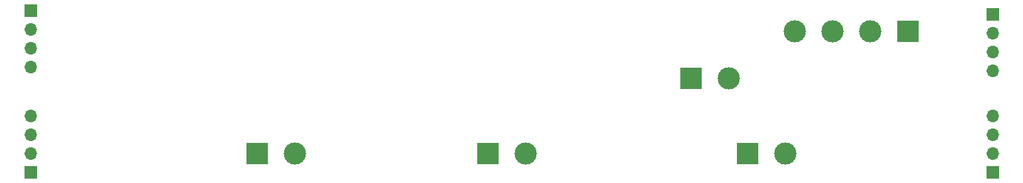
<source format=gbs>
G04 #@! TF.GenerationSoftware,KiCad,Pcbnew,(6.0.7)*
G04 #@! TF.CreationDate,2023-03-12T11:39:40-04:00*
G04 #@! TF.ProjectId,IR FANS LED board,49522046-414e-4532-904c-454420626f61,rev?*
G04 #@! TF.SameCoordinates,Original*
G04 #@! TF.FileFunction,Soldermask,Bot*
G04 #@! TF.FilePolarity,Negative*
%FSLAX46Y46*%
G04 Gerber Fmt 4.6, Leading zero omitted, Abs format (unit mm)*
G04 Created by KiCad (PCBNEW (6.0.7)) date 2023-03-12 11:39:40*
%MOMM*%
%LPD*%
G01*
G04 APERTURE LIST*
%ADD10R,3.000000X3.000000*%
%ADD11C,3.000000*%
%ADD12R,1.700000X1.700000*%
%ADD13O,1.700000X1.700000*%
G04 APERTURE END LIST*
D10*
G04 #@! TO.C,J4*
X187960000Y-24130000D03*
D11*
X182880000Y-24130000D03*
X177800000Y-24130000D03*
X172720000Y-24130000D03*
G04 #@! TD*
D10*
G04 #@! TO.C,J3*
X131445000Y-40640000D03*
D11*
X136525000Y-40640000D03*
G04 #@! TD*
D12*
G04 #@! TO.C,J8*
X199390000Y-43180000D03*
D13*
X199390000Y-40640000D03*
X199390000Y-38100000D03*
X199390000Y-35560000D03*
G04 #@! TD*
D10*
G04 #@! TO.C,J5*
X166370000Y-40640000D03*
D11*
X171450000Y-40640000D03*
G04 #@! TD*
D12*
G04 #@! TO.C,J9*
X69850000Y-43180000D03*
D13*
X69850000Y-40640000D03*
X69850000Y-38100000D03*
X69850000Y-35560000D03*
G04 #@! TD*
D10*
G04 #@! TO.C,J7*
X100330000Y-40640000D03*
D11*
X105410000Y-40640000D03*
G04 #@! TD*
D12*
G04 #@! TO.C,J2*
X69850000Y-21336000D03*
D13*
X69850000Y-23876000D03*
X69850000Y-26416000D03*
X69850000Y-28956000D03*
G04 #@! TD*
D12*
G04 #@! TO.C,J1*
X199390000Y-21803200D03*
D13*
X199390000Y-24343200D03*
X199390000Y-26883200D03*
X199390000Y-29423200D03*
G04 #@! TD*
D10*
G04 #@! TO.C,J6*
X158750000Y-30480000D03*
D11*
X163830000Y-30480000D03*
G04 #@! TD*
M02*

</source>
